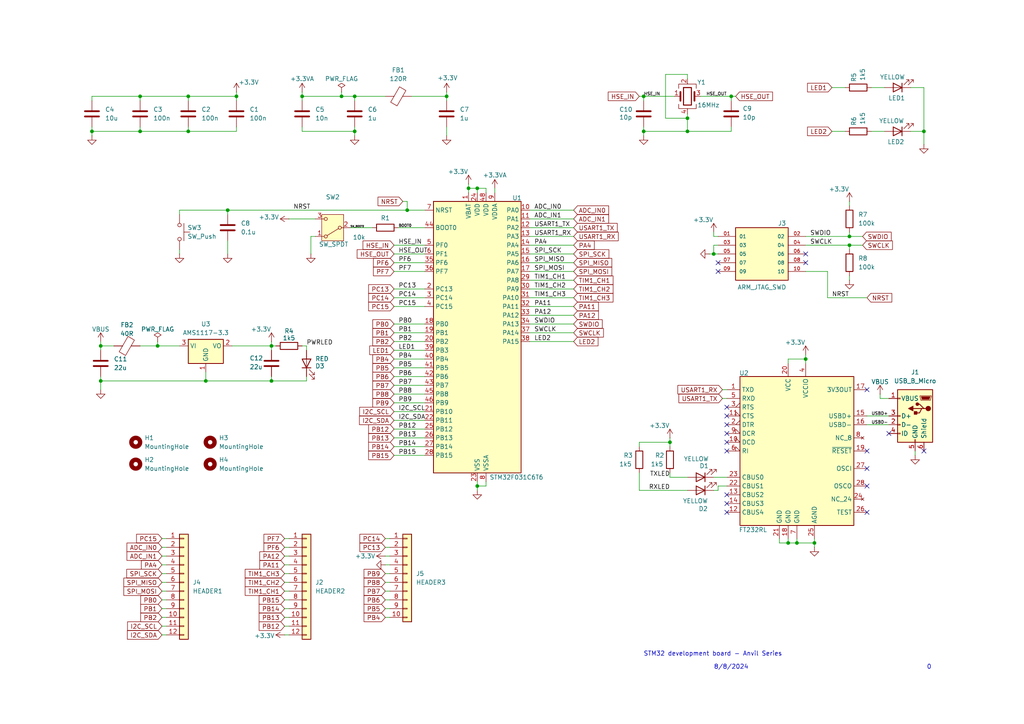
<source format=kicad_sch>
(kicad_sch (version 20231120) (generator "eeschema") (generator_version "8.0")
  (paper "A4")
  (junction (at 102.87 27.94))
  (junction (at 186.69 38.1))
  (junction (at 102.87 38.1))
  (junction (at 45.72 100.33))
  (junction (at 135.89 54.61))
  (junction (at 26.67 38.1))
  (junction (at 66.04 60.96))
  (junction (at 199.39 38.1))
  (junction (at 40.64 27.94))
  (junction (at 138.43 140.97))
  (junction (at 54.61 38.1))
  (junction (at 59.69 110.49))
  (junction (at 246.38 71.12))
  (junction (at 233.68 104.14))
  (junction (at 29.21 110.49))
  (junction (at 138.43 54.61))
  (junction (at 129.54 27.94))
  (junction (at 267.97 38.1))
  (junction (at 40.64 38.1))
  (junction (at 87.63 27.94))
  (junction (at 194.31 128.27))
  (junction (at 207.01 73.66))
  (junction (at 212.09 27.94))
  (junction (at 118.11 60.96))
  (junction (at 68.58 27.94))
  (junction (at 78.74 110.49))
  (junction (at 78.74 100.33))
  (junction (at 228.6 157.48))
  (junction (at 29.21 100.33))
  (junction (at 199.39 34.29))
  (junction (at 231.14 157.48))
  (junction (at 99.06 27.94))
  (junction (at 246.38 68.58))
  (junction (at 54.61 27.94))
  (junction (at 186.69 27.94))
  (junction (at 236.22 157.48))
  (no_connect (at 210.82 120.65))
  (no_connect (at 251.46 135.89))
  (no_connect (at 210.82 148.59))
  (no_connect (at 251.46 130.81))
  (no_connect (at 251.46 140.97))
  (no_connect (at 210.82 146.05))
  (no_connect (at 210.82 143.51))
  (no_connect (at 210.82 130.81))
  (no_connect (at 251.46 148.59))
  (no_connect (at 210.82 125.73))
  (no_connect (at 267.97 130.81))
  (no_connect (at 257.81 125.73))
  (no_connect (at 208.28 78.74))
  (no_connect (at 210.82 128.27))
  (no_connect (at 251.46 113.03))
  (no_connect (at 210.82 118.11))
  (no_connect (at 233.68 76.2))
  (no_connect (at 208.28 76.2))
  (no_connect (at 233.68 73.66))
  (no_connect (at 210.82 123.19))
  (wire (pts (xy 29.21 100.33) (xy 33.02 100.33)))
  (wire (pts (xy 228.6 157.48) (xy 226.06 157.48)))
  (wire (pts (xy 46.99 171.45) (xy 48.26 171.45)))
  (wire (pts (xy 87.63 36.83) (xy 87.63 38.1)))
  (wire (pts (xy 46.99 184.15) (xy 48.26 184.15)))
  (wire (pts (xy 68.58 26.67) (xy 68.58 27.94)))
  (wire (pts (xy 78.74 99.06) (xy 78.74 100.33)))
  (wire (pts (xy 228.6 104.14) (xy 233.68 104.14)))
  (wire (pts (xy 153.67 88.9) (xy 166.37 88.9)))
  (wire (pts (xy 82.55 166.37) (xy 83.82 166.37)))
  (wire (pts (xy 88.9 109.22) (xy 88.9 110.49)))
  (wire (pts (xy 114.3 83.82) (xy 123.19 83.82)))
  (wire (pts (xy 102.87 38.1) (xy 102.87 39.37)))
  (wire (pts (xy 135.89 53.34) (xy 135.89 54.61)))
  (wire (pts (xy 252.73 25.4) (xy 256.54 25.4)))
  (wire (pts (xy 252.73 38.1) (xy 256.54 38.1)))
  (wire (pts (xy 54.61 36.83) (xy 54.61 38.1)))
  (wire (pts (xy 153.67 86.36) (xy 166.37 86.36)))
  (wire (pts (xy 66.04 60.96) (xy 118.11 60.96)))
  (wire (pts (xy 54.61 38.1) (xy 68.58 38.1)))
  (wire (pts (xy 207.01 138.43) (xy 210.82 138.43)))
  (wire (pts (xy 87.63 29.21) (xy 87.63 27.94)))
  (wire (pts (xy 209.55 113.03) (xy 210.82 113.03)))
  (wire (pts (xy 45.72 99.06) (xy 45.72 100.33)))
  (wire (pts (xy 231.14 157.48) (xy 231.14 156.21)))
  (wire (pts (xy 153.67 93.98) (xy 166.37 93.98)))
  (wire (pts (xy 111.76 179.07) (xy 113.03 179.07)))
  (wire (pts (xy 138.43 139.7) (xy 138.43 140.97)))
  (wire (pts (xy 185.42 142.24) (xy 185.42 137.16)))
  (wire (pts (xy 138.43 140.97) (xy 138.43 142.24)))
  (wire (pts (xy 194.31 128.27) (xy 185.42 128.27)))
  (wire (pts (xy 114.3 99.06) (xy 123.19 99.06)))
  (wire (pts (xy 29.21 100.33) (xy 29.21 101.6)))
  (wire (pts (xy 246.38 67.31) (xy 246.38 68.58)))
  (wire (pts (xy 241.3 25.4) (xy 245.11 25.4)))
  (wire (pts (xy 68.58 38.1) (xy 68.58 36.83)))
  (wire (pts (xy 153.67 71.12) (xy 166.37 71.12)))
  (wire (pts (xy 236.22 157.48) (xy 231.14 157.48)))
  (wire (pts (xy 82.55 173.99) (xy 83.82 173.99)))
  (wire (pts (xy 82.55 179.07) (xy 83.82 179.07)))
  (wire (pts (xy 67.31 100.33) (xy 78.74 100.33)))
  (wire (pts (xy 199.39 34.29) (xy 193.04 34.29)))
  (wire (pts (xy 114.3 96.52) (xy 123.19 96.52)))
  (wire (pts (xy 246.38 80.01) (xy 246.38 81.28)))
  (wire (pts (xy 46.99 181.61) (xy 48.26 181.61)))
  (wire (pts (xy 241.3 38.1) (xy 245.11 38.1)))
  (wire (pts (xy 251.46 120.65) (xy 257.81 120.65)))
  (wire (pts (xy 87.63 100.33) (xy 88.9 100.33)))
  (wire (pts (xy 236.22 156.21) (xy 236.22 157.48)))
  (wire (pts (xy 26.67 27.94) (xy 40.64 27.94)))
  (wire (pts (xy 90.17 73.66) (xy 90.17 68.58)))
  (wire (pts (xy 207.01 73.66) (xy 208.28 73.66)))
  (wire (pts (xy 264.16 25.4) (xy 267.97 25.4)))
  (wire (pts (xy 26.67 38.1) (xy 40.64 38.1)))
  (wire (pts (xy 82.55 163.83) (xy 83.82 163.83)))
  (wire (pts (xy 138.43 54.61) (xy 140.97 54.61)))
  (wire (pts (xy 246.38 58.42) (xy 246.38 59.69)))
  (wire (pts (xy 111.76 173.99) (xy 113.03 173.99)))
  (wire (pts (xy 54.61 27.94) (xy 54.61 29.21)))
  (wire (pts (xy 29.21 110.49) (xy 29.21 113.03)))
  (wire (pts (xy 143.51 54.61) (xy 143.51 55.88)))
  (wire (pts (xy 29.21 110.49) (xy 59.69 110.49)))
  (wire (pts (xy 138.43 54.61) (xy 138.43 55.88)))
  (wire (pts (xy 153.67 96.52) (xy 166.37 96.52)))
  (wire (pts (xy 29.21 99.06) (xy 29.21 100.33)))
  (wire (pts (xy 114.3 114.3) (xy 123.19 114.3)))
  (wire (pts (xy 114.3 129.54) (xy 123.19 129.54)))
  (wire (pts (xy 99.06 26.67) (xy 99.06 27.94)))
  (wire (pts (xy 207.01 73.66) (xy 207.01 71.12)))
  (wire (pts (xy 102.87 29.21) (xy 102.87 27.94)))
  (wire (pts (xy 251.46 86.36) (xy 240.03 86.36)))
  (wire (pts (xy 111.76 166.37) (xy 113.03 166.37)))
  (wire (pts (xy 66.04 60.96) (xy 66.04 62.23)))
  (wire (pts (xy 82.55 184.15) (xy 83.82 184.15)))
  (wire (pts (xy 267.97 25.4) (xy 267.97 38.1)))
  (wire (pts (xy 153.67 91.44) (xy 166.37 91.44)))
  (wire (pts (xy 186.69 38.1) (xy 186.69 39.37)))
  (wire (pts (xy 40.64 38.1) (xy 54.61 38.1)))
  (wire (pts (xy 199.39 33.02) (xy 199.39 34.29)))
  (wire (pts (xy 45.72 100.33) (xy 52.07 100.33)))
  (wire (pts (xy 52.07 60.96) (xy 66.04 60.96)))
  (wire (pts (xy 233.68 78.74) (xy 240.03 78.74)))
  (wire (pts (xy 114.3 71.12) (xy 123.19 71.12)))
  (wire (pts (xy 114.3 86.36) (xy 123.19 86.36)))
  (wire (pts (xy 82.55 171.45) (xy 83.82 171.45)))
  (wire (pts (xy 207.01 68.58) (xy 208.28 68.58)))
  (wire (pts (xy 185.42 128.27) (xy 185.42 129.54)))
  (wire (pts (xy 111.76 161.29) (xy 113.03 161.29)))
  (wire (pts (xy 233.68 102.87) (xy 233.68 104.14)))
  (wire (pts (xy 46.99 176.53) (xy 48.26 176.53)))
  (wire (pts (xy 185.42 27.94) (xy 186.69 27.94)))
  (wire (pts (xy 194.31 128.27) (xy 194.31 129.54)))
  (wire (pts (xy 246.38 71.12) (xy 246.38 72.39)))
  (wire (pts (xy 231.14 157.48) (xy 228.6 157.48)))
  (wire (pts (xy 153.67 81.28) (xy 166.37 81.28)))
  (wire (pts (xy 114.3 104.14) (xy 123.19 104.14)))
  (wire (pts (xy 40.64 100.33) (xy 45.72 100.33)))
  (wire (pts (xy 114.3 124.46) (xy 123.19 124.46)))
  (wire (pts (xy 233.68 71.12) (xy 246.38 71.12)))
  (wire (pts (xy 226.06 157.48) (xy 226.06 156.21)))
  (wire (pts (xy 114.3 101.6) (xy 123.19 101.6)))
  (wire (pts (xy 101.6 66.04) (xy 107.95 66.04)))
  (wire (pts (xy 265.43 130.81) (xy 265.43 132.08)))
  (wire (pts (xy 99.06 27.94) (xy 87.63 27.94)))
  (wire (pts (xy 118.11 58.42) (xy 118.11 60.96)))
  (wire (pts (xy 40.64 36.83) (xy 40.64 38.1)))
  (wire (pts (xy 46.99 156.21) (xy 48.26 156.21)))
  (wire (pts (xy 115.57 66.04) (xy 123.19 66.04)))
  (wire (pts (xy 208.28 142.24) (xy 208.28 140.97)))
  (wire (pts (xy 46.99 179.07) (xy 48.26 179.07)))
  (wire (pts (xy 54.61 27.94) (xy 68.58 27.94)))
  (wire (pts (xy 29.21 109.22) (xy 29.21 110.49)))
  (wire (pts (xy 140.97 140.97) (xy 140.97 139.7)))
  (wire (pts (xy 111.76 168.91) (xy 113.03 168.91)))
  (wire (pts (xy 236.22 157.48) (xy 236.22 158.75)))
  (wire (pts (xy 199.39 21.59) (xy 199.39 22.86)))
  (wire (pts (xy 153.67 63.5) (xy 166.37 63.5)))
  (wire (pts (xy 255.27 115.57) (xy 255.27 114.3)))
  (wire (pts (xy 82.55 158.75) (xy 83.82 158.75)))
  (wire (pts (xy 114.3 73.66) (xy 123.19 73.66)))
  (wire (pts (xy 52.07 72.39) (xy 52.07 73.66)))
  (wire (pts (xy 46.99 166.37) (xy 48.26 166.37)))
  (wire (pts (xy 193.04 21.59) (xy 199.39 21.59)))
  (wire (pts (xy 135.89 54.61) (xy 138.43 54.61)))
  (wire (pts (xy 114.3 121.92) (xy 123.19 121.92)))
  (wire (pts (xy 82.55 156.21) (xy 83.82 156.21)))
  (wire (pts (xy 228.6 157.48) (xy 228.6 156.21)))
  (wire (pts (xy 102.87 36.83) (xy 102.87 38.1)))
  (wire (pts (xy 119.38 27.94) (xy 129.54 27.94)))
  (wire (pts (xy 114.3 93.98) (xy 123.19 93.98)))
  (wire (pts (xy 46.99 163.83) (xy 48.26 163.83)))
  (wire (pts (xy 78.74 110.49) (xy 78.74 109.22)))
  (wire (pts (xy 228.6 104.14) (xy 228.6 105.41)))
  (wire (pts (xy 114.3 78.74) (xy 123.19 78.74)))
  (wire (pts (xy 46.99 161.29) (xy 48.26 161.29)))
  (wire (pts (xy 153.67 73.66) (xy 166.37 73.66)))
  (wire (pts (xy 140.97 54.61) (xy 140.97 55.88)))
  (wire (pts (xy 135.89 54.61) (xy 135.89 55.88)))
  (wire (pts (xy 203.2 27.94) (xy 212.09 27.94)))
  (wire (pts (xy 153.67 68.58) (xy 166.37 68.58)))
  (wire (pts (xy 82.55 181.61) (xy 83.82 181.61)))
  (wire (pts (xy 111.76 176.53) (xy 113.03 176.53)))
  (wire (pts (xy 153.67 99.06) (xy 166.37 99.06)))
  (wire (pts (xy 212.09 27.94) (xy 212.09 29.21)))
  (wire (pts (xy 153.67 78.74) (xy 166.37 78.74)))
  (wire (pts (xy 88.9 110.49) (xy 78.74 110.49)))
  (wire (pts (xy 82.55 161.29) (xy 83.82 161.29)))
  (wire (pts (xy 114.3 116.84) (xy 123.19 116.84)))
  (wire (pts (xy 129.54 36.83) (xy 129.54 39.37)))
  (wire (pts (xy 46.99 168.91) (xy 48.26 168.91)))
  (wire (pts (xy 199.39 38.1) (xy 186.69 38.1)))
  (wire (pts (xy 212.09 38.1) (xy 199.39 38.1)))
  (wire (pts (xy 257.81 115.57) (xy 255.27 115.57)))
  (wire (pts (xy 111.76 163.83) (xy 113.03 163.83)))
  (wire (pts (xy 46.99 173.99) (xy 48.26 173.99)))
  (wire (pts (xy 194.31 127) (xy 194.31 128.27)))
  (wire (pts (xy 83.82 63.5) (xy 91.44 63.5)))
  (wire (pts (xy 207.01 142.24) (xy 208.28 142.24)))
  (wire (pts (xy 114.3 127) (xy 123.19 127)))
  (wire (pts (xy 114.3 106.68) (xy 123.19 106.68)))
  (wire (pts (xy 66.04 69.85) (xy 66.04 73.66)))
  (wire (pts (xy 114.3 76.2) (xy 123.19 76.2)))
  (wire (pts (xy 209.55 115.57) (xy 210.82 115.57)))
  (wire (pts (xy 186.69 38.1) (xy 186.69 36.83)))
  (wire (pts (xy 78.74 100.33) (xy 80.01 100.33)))
  (wire (pts (xy 246.38 71.12) (xy 250.19 71.12)))
  (wire (pts (xy 251.46 123.19) (xy 257.81 123.19)))
  (wire (pts (xy 138.43 140.97) (xy 140.97 140.97)))
  (wire (pts (xy 114.3 119.38) (xy 123.19 119.38)))
  (wire (pts (xy 199.39 34.29) (xy 199.39 38.1)))
  (wire (pts (xy 207.01 71.12) (xy 208.28 71.12)))
  (wire (pts (xy 78.74 100.33) (xy 78.74 101.6)))
  (wire (pts (xy 26.67 38.1) (xy 26.67 39.37)))
  (wire (pts (xy 153.67 60.96) (xy 166.37 60.96)))
  (wire (pts (xy 186.69 27.94) (xy 195.58 27.94)))
  (wire (pts (xy 40.64 27.94) (xy 40.64 29.21)))
  (wire (pts (xy 88.9 100.33) (xy 88.9 101.6)))
  (wire (pts (xy 114.3 111.76) (xy 123.19 111.76)))
  (wire (pts (xy 87.63 38.1) (xy 102.87 38.1)))
  (wire (pts (xy 233.68 68.58) (xy 246.38 68.58)))
  (wire (pts (xy 52.07 62.23) (xy 52.07 60.96)))
  (wire (pts (xy 208.28 140.97) (xy 210.82 140.97)))
  (wire (pts (xy 111.76 156.21) (xy 113.03 156.21)))
  (wire (pts (xy 26.67 29.21) (xy 26.67 27.94)))
  (wire (pts (xy 82.55 176.53) (xy 83.82 176.53)))
  (wire (pts (xy 240.03 86.36) (xy 240.03 78.74)))
  (wire (pts (xy 111.76 171.45) (xy 113.03 171.45)))
  (wire (pts (xy 153.67 83.82) (xy 166.37 83.82)))
  (wire (pts (xy 129.54 26.67) (xy 129.54 27.94)))
  (wire (pts (xy 212.09 27.94) (xy 213.36 27.94)))
  (wire (pts (xy 114.3 132.08) (xy 123.19 132.08)))
  (wire (pts (xy 116.84 58.42) (xy 118.11 58.42)))
  (wire (pts (xy 129.54 27.94) (xy 129.54 29.21)))
  (wire (pts (xy 114.3 109.22) (xy 123.19 109.22)))
  (wire (pts (xy 246.38 68.58) (xy 250.19 68.58)))
  (wire (pts (xy 87.63 26.67) (xy 87.63 27.94)))
  (wire (pts (xy 26.67 36.83) (xy 26.67 38.1)))
  (wire (pts (xy 186.69 27.94) (xy 186.69 29.21)))
  (wire (pts (xy 114.3 88.9) (xy 123.19 88.9)))
  (wire (pts (xy 102.87 27.94) (xy 99.06 27.94)))
  (wire (pts (xy 193.04 34.29) (xy 193.04 21.59)))
  (wire (pts (xy 267.97 38.1) (xy 267.97 41.91)))
  (wire (pts (xy 205.74 73.66) (xy 207.01 73.66)))
  (wire (pts (xy 264.16 38.1) (xy 267.97 38.1)))
  (wire (pts (xy 40.64 27.94) (xy 54.61 27.94)))
  (wire (pts (xy 153.67 66.04) (xy 166.37 66.04)))
  (wire (pts (xy 212.09 36.83) (xy 212.09 38.1)))
  (wire (pts (xy 185.42 142.24) (xy 199.39 142.24)))
  (wire (pts (xy 90.17 68.58) (xy 91.44 68.58)))
  (wire (pts (xy 153.67 76.2) (xy 166.37 76.2)))
  (wire (pts (xy 68.58 29.21) (xy 68.58 27.94)))
  (wire (pts (xy 194.31 138.43) (xy 199.39 138.43)))
  (wire (pts (xy 194.31 137.16) (xy 194.31 138.43)))
  (wire (pts (xy 118.11 60.96) (xy 123.19 60.96)))
  (wire (pts (xy 102.87 27.94) (xy 111.76 27.94)))
  (wire (pts (xy 59.69 107.95) (xy 59.69 110.49)))
  (wire (pts (xy 233.68 104.14) (xy 233.68 105.41)))
  (wire (pts (xy 207.01 67.31) (xy 207.01 68.58)))
  (wire (pts (xy 82.55 168.91) (xy 83.82 168.91)))
  (wire (pts (xy 46.99 158.75) (xy 48.26 158.75)))
  (wire (pts (xy 59.69 110.49) (xy 78.74 110.49)))
  (wire (pts (xy 111.76 158.75) (xy 113.03 158.75)))
  (text "8/8/2024" (at 212.09 193.548 0) (effects (font (size 1.27 1.27))))
  (text "STM32 development board - Anvil Series" (at 206.756 189.738 0) (effects (font (size 1.27 1.27))))
  (text "0" (at 269.494 193.548 0) (effects (font (size 1.27 1.27))))
  (label "PC15" (at 115.57 88.9 0))
  (label "PB12" (at 115.57 124.46 0))
  (label "SW_BOOT0" (at 101.6 66.04 0) (effects (font (size 0.508 0.508))))
  (label "PB5" (at 115.57 106.68 0))
  (label "PB14" (at 115.57 129.54 0))
  (label "SPI_SCK" (at 154.94 73.66 0))
  (label "NRST" (at 241.3 86.36 0))
  (label "PWRLED" (at 88.9 100.33 0))
  (label "HSE_IN" (at 186.69 27.94 0) (effects (font (size 0.889 0.889))))
  (label "NRST" (at 85.09 60.96 0))
  (label "ADC_IN0" (at 154.94 60.96 0))
  (label "TXLED" (at 194.31 138.43 180))
  (label "PA11" (at 154.94 88.9 0))
  (label "PB0" (at 115.57 93.98 0))
  (label "PB7" (at 115.57 111.76 0))
  (label "USBD+" (at 252.73 120.65 0) (effects (font (size 0.889 0.889))))
  (label "TIM1_CH2" (at 154.94 83.82 0))
  (label "TIM1_CH3" (at 154.94 86.36 0))
  (label "PB8" (at 115.57 114.3 0))
  (label "USART1_TX" (at 154.94 66.04 0))
  (label "SWCLK" (at 154.94 96.52 0))
  (label "SPI_MISO" (at 154.94 76.2 0))
  (label "I2C_SDA" (at 115.57 121.92 0))
  (label "PF6" (at 115.57 76.2 0))
  (label "BOOT0" (at 115.57 66.04 0) (effects (font (size 0.762 0.762))))
  (label "USART1_RX" (at 154.94 68.58 0))
  (label "LED1" (at 115.57 101.6 0))
  (label "USBD-" (at 252.73 123.19 0) (effects (font (size 0.889 0.889))))
  (label "PB1" (at 115.57 96.52 0))
  (label "LED2" (at 154.94 99.06 0))
  (label "I2C_SCL" (at 115.57 119.38 0))
  (label "PF7" (at 115.57 78.74 0))
  (label "PB9" (at 115.57 116.84 0))
  (label "SWCLK" (at 234.95 71.12 0))
  (label "SWDIO" (at 154.94 93.98 0))
  (label "RXLED" (at 194.31 142.24 180))
  (label "SWDIO" (at 234.95 68.58 0))
  (label "PC13" (at 115.57 83.82 0))
  (label "HSE_OUT" (at 115.57 73.66 0))
  (label "TIM1_CH1" (at 154.94 81.28 0))
  (label "PC14" (at 115.57 86.36 0))
  (label "PA4" (at 154.94 71.12 0))
  (label "ADC_IN1" (at 154.94 63.5 0))
  (label "HSE_OUT" (at 210.82 27.94 180) (effects (font (size 0.889 0.889))))
  (label "PA12" (at 154.94 91.44 0))
  (label "PB6" (at 115.57 109.22 0))
  (label "PB13" (at 115.57 127 0))
  (label "PB15" (at 115.57 132.08 0))
  (label "HSE_IN" (at 115.57 71.12 0))
  (label "PB2" (at 115.57 99.06 0))
  (label "SPI_MOSI" (at 154.94 78.74 0))
  (label "PB4" (at 115.57 104.14 0))
  (global_label "PB4" (shape input) (at 111.76 179.07 180) (property "Intersheetrefs" "${INTERSHEET_REFS}" (effects (hide yes))))
  (global_label "PA12" (shape input) (at 82.55 161.29 180) (property "Intersheetrefs" "${INTERSHEET_REFS}" (effects (hide yes))))
  (global_label "PF7" (shape input) (at 114.3 78.74 180) (property "Intersheetrefs" "${INTERSHEET_REFS}" (effects (hide yes))))
  (global_label "PB12" (shape input) (at 82.55 181.61 180) (property "Intersheetrefs" "${INTERSHEET_REFS}" (effects (hide yes))))
  (global_label "PB13" (shape input) (at 114.3 127 180) (property "Intersheetrefs" "${INTERSHEET_REFS}" (effects (hide yes))))
  (global_label "SPI_SCK" (shape input) (at 46.99 166.37 180) (property "Intersheetrefs" "${INTERSHEET_REFS}" (effects (hide yes))))
  (global_label "USART1_TX" (shape input) (at 166.37 66.04 0) (property "Intersheetrefs" "${INTERSHEET_REFS}" (effects (hide yes))))
  (global_label "HSE_IN" (shape input) (at 114.3 71.12 180) (property "Intersheetrefs" "${INTERSHEET_REFS}" (effects (hide yes))))
  (global_label "I2C_SDA" (shape input) (at 114.3 121.92 180) (property "Intersheetrefs" "${INTERSHEET_REFS}" (effects (hide yes))))
  (global_label "LED2" (shape input) (at 166.37 99.06 0) (property "Intersheetrefs" "${INTERSHEET_REFS}" (effects (hide yes))))
  (global_label "TIM1_CH2" (shape input) (at 82.55 168.91 180) (property "Intersheetrefs" "${INTERSHEET_REFS}" (effects (hide yes))))
  (global_label "PF6" (shape input) (at 114.3 76.2 180) (property "Intersheetrefs" "${INTERSHEET_REFS}" (effects (hide yes))))
  (global_label "PA11" (shape input) (at 166.37 88.9 0) (property "Intersheetrefs" "${INTERSHEET_REFS}" (effects (hide yes))))
  (global_label "ADC_IN1" (shape input) (at 46.99 161.29 180) (property "Intersheetrefs" "${INTERSHEET_REFS}" (effects (hide yes))))
  (global_label "PC14" (shape input) (at 114.3 86.36 180) (property "Intersheetrefs" "${INTERSHEET_REFS}" (effects (hide yes))))
  (global_label "SPI_MOSI" (shape input) (at 46.99 171.45 180) (property "Intersheetrefs" "${INTERSHEET_REFS}" (effects (hide yes))))
  (global_label "I2C_SDA" (shape input) (at 46.99 184.15 180) (property "Intersheetrefs" "${INTERSHEET_REFS}" (effects (hide yes))))
  (global_label "PB14" (shape input) (at 114.3 129.54 180) (property "Intersheetrefs" "${INTERSHEET_REFS}" (effects (hide yes))))
  (global_label "PC14" (shape input) (at 111.76 156.21 180) (property "Intersheetrefs" "${INTERSHEET_REFS}" (effects (hide yes))))
  (global_label "HSE_IN" (shape input) (at 185.42 27.94 180) (property "Intersheetrefs" "${INTERSHEET_REFS}" (effects (hide yes))))
  (global_label "PB14" (shape input) (at 82.55 176.53 180) (property "Intersheetrefs" "${INTERSHEET_REFS}" (effects (hide yes))))
  (global_label "PC13" (shape input) (at 111.76 158.75 180) (property "Intersheetrefs" "${INTERSHEET_REFS}" (effects (hide yes))))
  (global_label "TIM1_CH3" (shape input) (at 82.55 166.37 180) (property "Intersheetrefs" "${INTERSHEET_REFS}" (effects (hide yes))))
  (global_label "PB7" (shape input) (at 114.3 111.76 180) (property "Intersheetrefs" "${INTERSHEET_REFS}" (effects (hide yes))))
  (global_label "PB9" (shape input) (at 111.76 166.37 180) (property "Intersheetrefs" "${INTERSHEET_REFS}" (effects (hide yes))))
  (global_label "PB0" (shape input) (at 114.3 93.98 180) (property "Intersheetrefs" "${INTERSHEET_REFS}" (effects (hide yes))))
  (global_label "PB15" (shape input) (at 82.55 173.99 180) (property "Intersheetrefs" "${INTERSHEET_REFS}" (effects (hide yes))))
  (global_label "SPI_SCK" (shape input) (at 166.37 73.66 0) (property "Intersheetrefs" "${INTERSHEET_REFS}" (effects (hide yes))))
  (global_label "PC13" (shape input) (at 114.3 83.82 180) (property "Intersheetrefs" "${INTERSHEET_REFS}" (effects (hide yes))))
  (global_label "TIM1_CH1" (shape input) (at 82.55 171.45 180) (property "Intersheetrefs" "${INTERSHEET_REFS}" (effects (hide yes))))
  (global_label "I2C_SCL" (shape input) (at 114.3 119.38 180) (property "Intersheetrefs" "${INTERSHEET_REFS}" (effects (hide yes))))
  (global_label "SWCLK" (shape input) (at 166.37 96.52 0) (property "Intersheetrefs" "${INTERSHEET_REFS}" (effects (hide yes))))
  (global_label "PB6" (shape input) (at 114.3 109.22 180) (property "Intersheetrefs" "${INTERSHEET_REFS}" (effects (hide yes))))
  (global_label "PC15" (shape input) (at 114.3 88.9 180) (property "Intersheetrefs" "${INTERSHEET_REFS}" (effects (hide yes))))
  (global_label "LED2" (shape input) (at 241.3 38.1 180) (property "Intersheetrefs" "${INTERSHEET_REFS}" (effects (hide yes))))
  (global_label "PA4" (shape input) (at 166.37 71.12 0) (property "Intersheetrefs" "${INTERSHEET_REFS}" (effects (hide yes))))
  (global_label "SWDIO" (shape input) (at 166.37 93.98 0) (property "Intersheetrefs" "${INTERSHEET_REFS}" (effects (hide yes))))
  (global_label "PA11" (shape input) (at 82.55 163.83 180) (property "Intersheetrefs" "${INTERSHEET_REFS}" (effects (hide yes))))
  (global_label "I2C_SCL" (shape input) (at 46.99 181.61 180) (property "Intersheetrefs" "${INTERSHEET_REFS}" (effects (hide yes))))
  (global_label "SPI_MOSI" (shape input) (at 166.37 78.74 0) (property "Intersheetrefs" "${INTERSHEET_REFS}" (effects (hide yes))))
  (global_label "USART1_RX" (shape input) (at 209.55 113.03 180) (property "Intersheetrefs" "${INTERSHEET_REFS}" (effects (hide yes))))
  (global_label "PB15" (shape input) (at 114.3 132.08 180) (property "Intersheetrefs" "${INTERSHEET_REFS}" (effects (hide yes))))
  (global_label "PB2" (shape input) (at 46.99 179.07 180) (property "Intersheetrefs" "${INTERSHEET_REFS}" (effects (hide yes))))
  (global_label "PF6" (shape input) (at 82.55 158.75 180) (property "Intersheetrefs" "${INTERSHEET_REFS}" (effects (hide yes))))
  (global_label "HSE_OUT" (shape input) (at 213.36 27.94 0) (property "Intersheetrefs" "${INTERSHEET_REFS}" (effects (hide yes))))
  (global_label "PB8" (shape input) (at 111.76 168.91 180) (property "Intersheetrefs" "${INTERSHEET_REFS}" (effects (hide yes))))
  (global_label "USART1_TX" (shape input) (at 209.55 115.57 180) (property "Intersheetrefs" "${INTERSHEET_REFS}" (effects (hide yes))))
  (global_label "PB4" (shape input) (at 114.3 104.14 180) (property "Intersheetrefs" "${INTERSHEET_REFS}" (effects (hide yes))))
  (global_label "PB0" (shape input) (at 46.99 173.99 180) (property "Intersheetrefs" "${INTERSHEET_REFS}" (effects (hide yes))))
  (global_label "SWDIO" (shape input) (at 250.19 68.58 0) (property "Intersheetrefs" "${INTERSHEET_REFS}" (effects (hide yes))))
  (global_label "PC15" (shape input) (at 46.99 156.21 180) (property "Intersheetrefs" "${INTERSHEET_REFS}" (effects (hide yes))))
  (global_label "TIM1_CH2" (shape input) (at 166.37 83.82 0) (property "Intersheetrefs" "${INTERSHEET_REFS}" (effects (hide yes))))
  (global_label "PB5" (shape input) (at 114.3 106.68 180) (property "Intersheetrefs" "${INTERSHEET_REFS}" (effects (hide yes))))
  (global_label "PB5" (shape input) (at 111.76 176.53 180) (property "Intersheetrefs" "${INTERSHEET_REFS}" (effects (hide yes))))
  (global_label "ADC_IN0" (shape input) (at 166.37 60.96 0) (property "Intersheetrefs" "${INTERSHEET_REFS}" (effects (hide yes))))
  (global_label "PB1" (shape input) (at 46.99 176.53 180) (property "Intersheetrefs" "${INTERSHEET_REFS}" (effects (hide yes))))
  (global_label "PB6" (shape input) (at 111.76 173.99 180) (property "Intersheetrefs" "${INTERSHEET_REFS}" (effects (hide yes))))
  (global_label "NRST" (shape input) (at 116.84 58.42 180) (property "Intersheetrefs" "${INTERSHEET_REFS}" (effects (hide yes))))
  (global_label "ADC_IN1" (shape input) (at 166.37 63.5 0) (property "Intersheetrefs" "${INTERSHEET_REFS}" (effects (hide yes))))
  (global_label "TIM1_CH3" (shape input) (at 166.37 86.36 0) (property "Intersheetrefs" "${INTERSHEET_REFS}" (effects (hide yes))))
  (global_label "PA12" (shape input) (at 166.37 91.44 0) (property "Intersheetrefs" "${INTERSHEET_REFS}" (effects (hide yes))))
  (global_label "LED1" (shape input) (at 241.3 25.4 180) (property "Intersheetrefs" "${INTERSHEET_REFS}" (effects (hide yes))))
  (global_label "PB2" (shape input) (at 114.3 99.06 180) (property "Intersheetrefs" "${INTERSHEET_REFS}" (effects (hide yes))))
  (global_label "PA4" (shape input) (at 46.99 163.83 180) (property "Intersheetrefs" "${INTERSHEET_REFS}" (effects (hide yes))))
  (global_label "SPI_MISO" (shape input) (at 46.99 168.91 180) (property "Intersheetrefs" "${INTERSHEET_REFS}" (effects (hide yes))))
  (global_label "PB12" (shape input) (at 114.3 124.46 180) (property "Intersheetrefs" "${INTERSHEET_REFS}" (effects (hide yes))))
  (global_label "TIM1_CH1" (shape input) (at 166.37 81.28 0) (property "Intersheetrefs" "${INTERSHEET_REFS}" (effects (hide yes))))
  (global_label "ADC_IN0" (shape input) (at 46.99 158.75 180) (property "Intersheetrefs" "${INTERSHEET_REFS}" (effects (hide yes))))
  (global_label "LED1" (shape input) (at 114.3 101.6 180) (property "Intersheetrefs" "${INTERSHEET_REFS}" (effects (hide yes))))
  (global_label "SWCLK" (shape input) (at 250.19 71.12 0) (property "Intersheetrefs" "${INTERSHEET_REFS}" (effects (hide yes))))
  (global_label "USART1_RX" (shape input) (at 166.37 68.58 0) (property "Intersheetrefs" "${INTERSHEET_REFS}" (effects (hide yes))))
  (global_label "SPI_MISO" (shape input) (at 166.37 76.2 0) (property "Intersheetrefs" "${INTERSHEET_REFS}" (effects (hide yes))))
  (global_label "PB9" (shape input) (at 114.3 116.84 180) (property "Intersheetrefs" "${INTERSHEET_REFS}" (effects (hide yes))))
  (global_label "NRST" (shape input) (at 251.46 86.36 0) (property "Intersheetrefs" "${INTERSHEET_REFS}" (effects (hide yes))))
  (global_label "PB1" (shape input) (at 114.3 96.52 180) (property "Intersheetrefs" "${INTERSHEET_REFS}" (effects (hide yes))))
  (global_label "PB13" (shape input) (at 82.55 179.07 180) (property "Intersheetrefs" "${INTERSHEET_REFS}" (effects (hide yes))))
  (global_label "HSE_OUT" (shape input) (at 114.3 73.66 180) (property "Intersheetrefs" "${INTERSHEET_REFS}" (effects (hide yes))))
  (global_label "PB8" (shape input) (at 114.3 114.3 180) (property "Intersheetrefs" "${INTERSHEET_REFS}" (effects (hide yes))))
  (global_label "PB7" (shape input) (at 111.76 171.45 180) (property "Intersheetrefs" "${INTERSHEET_REFS}" (effects (hide yes))))
  (global_label "PF7" (shape input) (at 82.55 156.21 180) (property "Intersheetrefs" "${INTERSHEET_REFS}" (effects (hide yes))))
  (symbol (lib_id "Device:R") (at 83.82 100.33 270) (unit 1)
    (property "Reference" "R4" (at 83.82 96.012 90))
    (property "Value" "1k5" (at 83.82 98.044 90))
    (property "Footprint" "Resistor_SMD:R_0402_1005Metric" (effects (hide yes)))
    (property "Description" "Resistor" (effects (hide yes)))
  )
  (symbol (lib_id "Mechanical:MountingHole") (at 39.37 134.62 0) (unit 1) (exclude_from_sim yes) (in_bom no)
    (property "Reference" "H2" (at 41.91 133.3499 0) (effects (justify left)))
    (property "Value" "MountingHole" (at 41.91 135.8899 0) (effects (justify left)))
    (property "Footprint" "MountingHole:MountingHole_2.2mm_M2" (effects (hide yes)))
    (property "Description" "Mounting Hole without connection" (effects (hide yes)))
  )
  (symbol (lib_id "power:GND") (at 265.43 132.08 0) (mirror y) (unit 1)
    (property "Reference" "#PWR014" (effects (hide yes)))
    (property "Value" "GND" (effects (hide yes)))
    (property "Description" "Power symbol creates a global label with name \"GND\" , ground" (effects (hide yes)))
  )
  (symbol (lib_id "Device:C") (at 212.09 33.02 0) (unit 1)
    (property "Reference" "C9" (at 215.392 31.496 0) (effects (justify left)))
    (property "Value" "10p" (at 215.392 34.036 0) (effects (justify left)))
    (property "Footprint" "Capacitor_SMD:C_0402_1005Metric" (effects (hide yes)))
    (property "Description" "Unpolarized capacitor" (effects (hide yes)))
  )
  (symbol (lib_id "power:GND") (at 102.87 39.37 0) (unit 1)
    (property "Reference" "#PWR05" (effects (hide yes)))
    (property "Value" "GND" (effects (hide yes)))
    (property "Description" "Power symbol creates a global label with name \"GND\" , ground" (effects (hide yes)))
  )
  (symbol (lib_id "power:+3.3V") (at 129.54 26.67 0) (unit 1)
    (property "Reference" "#PWR07" (effects (hide yes)))
    (property "Value" "+3.3V" (at 129.794 22.606 0))
    (property "Description" "Power symbol creates a global label with name \"+3.3V\"" (effects (hide yes)))
  )
  (symbol (lib_id "Device:LED") (at 203.2 142.24 180) (unit 1)
    (property "Reference" "D2" (at 203.962 147.574 0))
    (property "Value" "YELLOW" (at 201.676 145.288 0))
    (property "Footprint" "LED_SMD:LED_0603_1608Metric" (effects (hide yes)))
    (property "Description" "Light emitting diode" (effects (hide yes)))
  )
  (symbol (lib_id "Switch:SW_Push") (at 52.07 67.31 270) (unit 1)
    (property "Reference" "SW3" (at 54.356 66.04 90) (effects (justify left)))
    (property "Value" "SW_Push" (at 54.356 68.58 90) (effects (justify left)))
    (property "Footprint" "Button_Switch_THT:SW_PUSH_6mm" (effects (hide yes)))
    (property "Description" "Push button switch, generic, two pins" (effects (hide yes)))
  )
  (symbol (lib_id "power:GND") (at 111.76 163.83 270) (unit 1)
    (property "Reference" "#PWR027" (effects (hide yes)))
    (property "Value" "GND" (effects (hide yes)))
    (property "Description" "Power symbol creates a global label with name \"GND\" , ground" (effects (hide yes)))
  )
  (symbol (lib_id "Device:C") (at 129.54 33.02 0) (unit 1)
    (property "Reference" "C7" (at 133.35 31.7499 0) (effects (justify left)))
    (property "Value" "1u" (at 133.35 34.2899 0) (effects (justify left)))
    (property "Footprint" "Capacitor_SMD:C_0402_1005Metric" (effects (hide yes)))
    (property "Description" "Unpolarized capacitor" (effects (hide yes)))
  )
  (symbol (lib_id "Device:C") (at 87.63 33.02 0) (unit 1)
    (property "Reference" "C5" (at 91.44 31.7499 0) (effects (justify left)))
    (property "Value" "10n" (at 91.44 34.2899 0) (effects (justify left)))
    (property "Footprint" "Capacitor_SMD:C_0402_1005Metric" (effects (hide yes)))
    (property "Description" "Unpolarized capacitor" (effects (hide yes)))
  )
  (symbol (lib_id "Connector_Generic:Conn_01x10") (at 118.11 166.37 0) (unit 1)
    (property "Reference" "J5" (at 120.65 166.3699 0) (effects (justify left)))
    (property "Value" "HEADER3" (at 120.65 168.9099 0) (effects (justify left)))
    (property "Footprint" "Connector_PinSocket_2.54mm:PinSocket_1x10_P2.54mm_Vertical" (effects (hide yes)))
    (property "Description" "Generic connector, single row, 01x10, script generated (kicad-library-utils/schlib/autogen/connector/)" (effects (hide yes)))
  )
  (symbol (lib_id "Device:C") (at 66.04 66.04 0) (unit 1)
    (property "Reference" "C8" (at 69.85 64.7699 0) (effects (justify left)))
    (property "Value" "0.1u" (at 69.85 67.3099 0) (effects (justify left)))
    (property "Footprint" "Capacitor_SMD:C_0402_1005Metric" (effects (hide yes)))
    (property "Description" "Unpolarized capacitor" (effects (hide yes)))
  )
  (symbol (lib_id "Device:C") (at 26.67 33.02 0) (unit 1)
    (property "Reference" "C4" (at 30.48 31.7499 0) (effects (justify left)))
    (property "Value" "10u" (at 30.48 34.2899 0) (effects (justify left)))
    (property "Footprint" "Capacitor_SMD:C_0603_1608Metric" (effects (hide yes)))
    (property "Description" "Unpolarized capacitor" (effects (hide yes)))
  )
  (symbol (lib_id "power:+3.3V") (at 135.89 53.34 0) (unit 1)
    (property "Reference" "#PWR023" (effects (hide yes)))
    (property "Value" "+3.3V" (at 132.842 49.784 0))
    (property "Description" "Power symbol creates a global label with name \"+3.3V\"" (effects (hide yes)))
  )
  (symbol (lib_id "Device:LED") (at 260.35 38.1 180) (unit 1)
    (property "Reference" "LED2" (at 259.842 41.148 0))
    (property "Value" "YELLOW" (at 258.572 35.052 0))
    (property "Footprint" "LED_SMD:LED_0603_1608Metric" (effects (hide yes)))
    (property "Description" "Light emitting diode" (effects (hide yes)))
  )
  (symbol (lib_id "power:+3.3V") (at 111.76 161.29 90) (unit 1)
    (property "Reference" "#PWR028" (effects (hide yes)))
    (property "Value" "+3.3V" (at 105.918 161.29 90))
    (property "Description" "Power symbol creates a global label with name \"+3.3V\"" (effects (hide yes)))
  )
  (symbol (lib_id "Connector_Generic:Conn_01x12") (at 53.34 168.91 0) (unit 1)
    (property "Reference" "J4" (at 55.88 168.9099 0) (effects (justify left)))
    (property "Value" "HEADER1" (at 55.88 171.4499 0) (effects (justify left)))
    (property "Footprint" "Connector_PinSocket_2.54mm:PinSocket_1x12_P2.54mm_Vertical" (effects (hide yes)))
    (property "Description" "Generic connector, single row, 01x12, script generated (kicad-library-utils/schlib/autogen/connector/)" (effects (hide yes)))
  )
  (symbol (lib_id "ARM_10PIN_DEBUG_JTAG_SWD:FTSH-105-01-F-DV-P-TR") (at 220.98 73.66 0) (unit 1)
    (property "Reference" "J3" (at 226.822 64.77 0))
    (property "Value" "ARM_JTAG_SWD" (at 220.98 83.312 0))
    (property "Footprint" "Connector_ARM_JTAG_SWD:FTSH-105-01-F-DV-P-TR" (effects (hide yes)))
    (property "PARTREV" "R" (effects (hide yes)))
    (property "MANUFACTURER" "Samtec" (effects (hide yes)))
    (property "STANDARD" "Manufacturer Recommendations" (effects (hide yes)))
  )
  (symbol (lib_id "Device:R") (at 248.92 25.4 90) (unit 1)
    (property "Reference" "R5" (at 247.65 21.082 0) (effects (justify right)))
    (property "Value" "1k5" (at 250.19 19.812 0) (effects (justify right)))
    (property "Footprint" "Resistor_SMD:R_0402_1005Metric" (effects (hide yes)))
    (property "Description" "Resistor" (effects (hide yes)))
  )
  (symbol (lib_id "power:+3.3V") (at 194.31 127 0) (unit 1)
    (property "Reference" "#PWR021" (effects (hide yes)))
    (property "Value" "+3.3V" (at 191.262 123.444 0))
    (property "Description" "Power symbol creates a global label with name \"+3.3V\"" (effects (hide yes)))
  )
  (symbol (lib_id "Mechanical:MountingHole") (at 60.96 128.27 0) (unit 1) (exclude_from_sim yes) (in_bom no)
    (property "Reference" "H3" (at 63.5 126.9999 0) (effects (justify left)))
    (property "Value" "MountingHole" (at 63.5 129.5399 0) (effects (justify left)))
    (property "Footprint" "MountingHole:MountingHole_2.2mm_M2" (effects (hide yes)))
    (property "Description" "Mounting Hole without connection" (effects (hide yes)))
  )
  (symbol (lib_id "power:GND") (at 26.67 39.37 0) (unit 1)
    (property "Reference" "#PWR03" (effects (hide yes)))
    (property "Value" "GND" (effects (hide yes)))
    (property "Description" "Power symbol creates a global label with name \"GND\" , ground" (effects (hide yes)))
  )
  (symbol (lib_id "Device:R") (at 185.42 133.35 0) (mirror y) (unit 1)
    (property "Reference" "R3" (at 180.848 132.08 0) (effects (justify right)))
    (property "Value" "1k5" (at 179.578 134.62 0) (effects (justify right)))
    (property "Footprint" "Resistor_SMD:R_0402_1005Metric" (effects (hide yes)))
    (property "Description" "Resistor" (effects (hide yes)))
  )
  (symbol (lib_id "Device:R") (at 194.31 133.35 0) (mirror y) (unit 1)
    (property "Reference" "R2" (at 189.992 132.08 0) (effects (justify right)))
    (property "Value" "1k5" (at 188.722 134.62 0) (effects (justify right)))
    (property "Footprint" "Resistor_SMD:R_0402_1005Metric" (effects (hide yes)))
    (property "Description" "Resistor" (effects (hide yes)))
  )
  (symbol (lib_id "Connector:USB_B_Micro") (at 265.43 120.65 0) (mirror y) (unit 1)
    (property "Reference" "J1" (at 265.43 107.95 0))
    (property "Value" "USB_B_Micro" (at 265.43 110.49 0))
    (property "Footprint" "Connector_USB:USB_Micro-B_Wuerth_629105150521" (effects (hide yes)))
    (property "Description" "USB Micro Type B connector" (effects (hide yes)))
  )
  (symbol (lib_id "power:GND") (at 52.07 73.66 0) (unit 1)
    (property "Reference" "#PWR09" (effects (hide yes)))
    (property "Value" "GND" (effects (hide yes)))
    (property "Description" "Power symbol creates a global label with name \"GND\" , ground" (effects (hide yes)))
  )
  (symbol (lib_id "power:+3.3V") (at 68.58 26.67 0) (unit 1)
    (property "Reference" "#PWR02" (effects (hide yes)))
    (property "Value" "+3.3V" (at 72.136 23.876 0))
    (property "Description" "Power symbol creates a global label with name \"+3.3V\"" (effects (hide yes)))
  )
  (symbol (lib_id "Connector_Generic:Conn_01x12") (at 88.9 168.91 0) (unit 1)
    (property "Reference" "J2" (at 91.44 168.9099 0) (effects (justify left)))
    (property "Value" "HEADER2" (at 91.44 171.4499 0) (effects (justify left)))
    (property "Footprint" "Connector_PinSocket_2.54mm:PinSocket_1x12_P2.54mm_Vertical" (effects (hide yes)))
    (property "Description" "Generic connector, single row, 01x12, script generated (kicad-library-utils/schlib/autogen/connector/)" (effects (hide yes)))
  )
  (symbol (lib_id "Device:R") (at 111.76 66.04 90) (unit 1)
    (property "Reference" "R1" (at 111.76 63.246 90))
    (property "Value" "10k" (at 104.14 68.834 90))
    (property "Footprint" "Resistor_SMD:R_0402_1005Metric" (effects (hide yes)))
    (property "Description" "Resistor" (effects (hide yes)))
  )
  (symbol (lib_id "Device:C") (at 68.58 33.02 0) (unit 1)
    (property "Reference" "C1" (at 72.39 31.7499 0) (effects (justify left)))
    (property "Value" "100n" (at 72.39 34.2899 0) (effects (justify left)))
    (property "Footprint" "Capacitor_SMD:C_0402_1005Metric" (effects (hide yes)))
    (property "Description" "Unpolarized capacitor" (effects (hide yes)))
  )
  (symbol (lib_id "power:+3.3V") (at 207.01 67.31 0) (unit 1)
    (property "Reference" "#PWR022" (effects (hide yes)))
    (property "Value" "+3.3V" (at 203.962 63.754 0))
    (property "Description" "Power symbol creates a global label with name \"+3.3V\"" (effects (hide yes)))
  )
  (symbol (lib_id "Interface_USB:FT232RL") (at 231.14 130.81 0) (mirror y) (unit 1)
    (property "Reference" "U2" (at 217.17 108.204 0) (effects (justify left)))
    (property "Value" "FT232RL" (at 222.504 153.67 0) (effects (justify left)))
    (property "Footprint" "Package_SO:SSOP-28_5.3x10.2mm_P0.65mm" (effects (hide yes)))
    (property "Datasheet" "https://www.ftdichip.com/Support/Documents/DataSheets/ICs/DS_FT232R.pdf" (effects (hide yes)))
    (property "Description" "USB to Serial Interface, SSOP-28" (effects (hide yes)))
  )
  (symbol (lib_id "power:PWR_FLAG") (at 45.72 99.06 0) (unit 1)
    (property "Reference" "#FLG02" (effects (hide yes)))
    (property "Value" "PWR_FLAG" (at 45.72 95.504 0))
    (property "Description" "Special symbol for telling ERC where power comes from" (effects (hide yes)))
  )
  (symbol (lib_id "power:GND") (at 66.04 73.66 0) (unit 1)
    (property "Reference" "#PWR08" (effects (hide yes)))
    (property "Value" "GND" (effects (hide yes)))
    (property "Description" "Power symbol creates a global label with name \"GND\" , ground" (effects (hide yes)))
  )
  (symbol (lib_id "power:+3.3V") (at 246.38 58.42 0) (unit 1)
    (property "Reference" "#PWR029" (effects (hide yes)))
    (property "Value" "+3.3V" (at 243.332 54.864 0))
    (property "Description" "Power symbol creates a global label with name \"+3.3V\"" (effects (hide yes)))
  )
  (symbol (lib_id "power:+3.3V") (at 78.74 99.06 0) (unit 1)
    (property "Reference" "#PWR020" (effects (hide yes)))
    (property "Value" "+3.3V" (at 75.692 95.504 0))
    (property "Description" "Power symbol creates a global label with name \"+3.3V\"" (effects (hide yes)))
  )
  (symbol (lib_id "Device:Crystal_GND24") (at 199.39 27.94 0) (unit 1)
    (property "Reference" "Y1" (at 203.454 23.876 0))
    (property "Value" "16MHz" (at 205.486 30.48 0))
    (property "Footprint" "Crystal:Crystal_SMD_3225-4Pin_3.2x2.5mm" (effects (hide yes)))
    (property "Description" "Four pin crystal, GND on pins 2 and 4" (effects (hide yes)))
  )
  (symbol (lib_id "power:GND") (at 138.43 142.24 0) (unit 1)
    (property "Reference" "#PWR01" (effects (hide yes)))
    (property "Value" "GND" (effects (hide yes)))
    (property "Description" "Power symbol creates a global label with name \"GND\" , ground" (effects (hide yes)))
  )
  (symbol (lib_id "Device:C") (at 78.74 105.41 0) (unit 1)
    (property "Reference" "C12" (at 72.39 103.886 0) (effects (justify left)))
    (property "Value" "22u" (at 72.39 106.426 0) (effects (justify left)))
    (property "Footprint" "Capacitor_SMD:C_0805_2012Metric" (effects (hide yes)))
    (property "Description" "Unpolarized capacitor" (effects (hide yes)))
  )
  (symbol (lib_id "Regulator_Linear:AMS1117-3.3") (at 59.69 100.33 0) (unit 1)
    (property "Reference" "U3" (at 59.69 93.98 0))
    (property "Value" "AMS1117-3.3" (at 59.69 96.52 0))
    (property "Footprint" "Package_TO_SOT_SMD:SOT-223-3_TabPin2" (effects (hide yes)))
    (property "Datasheet" "http://www.advanced-monolithic.com/pdf/ds1117.pdf" (effects (hide yes)))
    (property "Description" "1A Low Dropout regulator, positive, 3.3V fixed output, SOT-223" (effects (hide yes)))
  )
  (symbol (lib_id "Switch:SW_SPDT") (at 96.52 66.04 180) (unit 1)
    (property "Reference" "SW2" (at 96.52 57.15 0))
    (property "Value" "SW_SPDT" (at 96.774 70.866 0))
    (property "Footprint" "Button_Switch_SMD:SW_SPDT_PCM12" (effects (hide yes)))
    (property "Description" "Switch, single pole double throw" (effects (hide yes)))
  )
  (symbol (lib_id "Mechanical:MountingHole") (at 39.37 128.27 0) (unit 1) (exclude_from_sim yes) (in_bom no)
    (property "Reference" "H1" (at 41.91 126.9999 0) (effects (justify left)))
    (property "Value" "MountingHole" (at 41.91 129.5399 0) (effects (justify left)))
    (property "Footprint" "MountingHole:MountingHole_2.2mm_M2" (effects (hide yes)))
    (property "Description" "Mounting Hole without connection" (effects (hide yes)))
  )
  (symbol (lib_id "Device:LED") (at 88.9 105.41 90) (unit 1)
    (property "Reference" "D3" (at 91.44 106.172 90) (effects (justify right)))
    (property "Value" "RED" (at 91.44 104.0766 90) (effects (justify right)))
    (property "Footprint" "LED_SMD:LED_0603_1608Metric" (effects (hide yes)))
    (property "Description" "Light emitting diode" (effects (hide yes)))
  )
  (symbol (lib_id "power:VBUS") (at 255.27 114.3 0) (mirror y) (unit 1)
    (property "Reference" "#PWR013" (effects (hide yes)))
    (property "Value" "VBUS" (at 255.27 110.744 0))
    (property "Description" "Power symbol creates a global label with name \"VBUS\"" (effects (hide yes)))
  )
  (symbol (lib_id "power:+3.3VA") (at 87.63 26.67 0) (unit 1)
    (property "Reference" "#PWR04" (effects (hide yes)))
    (property "Value" "+3.3VA" (at 87.63 22.86 0))
    (property "Description" "Power symbol creates a global label with name \"+3.3VA\"" (effects (hide yes)))
  )
  (symbol (lib_id "Device:R") (at 246.38 76.2 0) (unit 1)
    (property "Reference" "R8" (at 248.92 74.9299 0) (effects (justify left)))
    (property "Value" "100k" (at 248.92 77.4699 0) (effects (justify left)))
    (property "Footprint" "Resistor_SMD:R_0603_1608Metric" (effects (hide yes)))
    (property "Description" "Resistor" (effects (hide yes)))
  )
  (symbol (lib_id "Device:LED") (at 260.35 25.4 180) (unit 1)
    (property "Reference" "LED1" (at 260.096 28.448 0))
    (property "Value" "YELLOW" (at 258.826 22.352 0))
    (property "Footprint" "LED_SMD:LED_0603_1608Metric" (effects (hide yes)))
    (property "Description" "Light emitting diode" (effects (hide yes)))
  )
  (symbol (lib_id "Device:R") (at 246.38 63.5 0) (unit 1)
    (property "Reference" "R7" (at 248.92 62.2299 0) (effects (justify left)))
    (property "Value" "100k" (at 248.92 64.7699 0) (effects (justify left)))
    (property "Footprint" "Resistor_SMD:R_0603_1608Metric" (effects (hide yes)))
    (property "Description" "Resistor" (effects (hide yes)))
  )
  (symbol (lib_id "Device:FerriteBead") (at 36.83 100.33 90) (unit 1)
    (property "Reference" "FB2" (at 36.83 94.234 90))
    (property "Value" "40R" (at 36.83 96.774 90))
    (property "Footprint" "Inductor_SMD:L_0603_1608Metric" (effects (hide yes)))
    (property "Description" "Ferrite bead" (effects (hide yes)))
  )
  (symbol (lib_id "power:GND") (at 186.69 39.37 0) (unit 1)
    (property "Reference" "#PWR017" (effects (hide yes)))
    (property "Value" "GND" (effects (hide yes)))
    (property "Description" "Power symbol creates a global label with name \"GND\" , ground" (effects (hide yes)))
  )
  (symbol (lib_id "power:GND") (at 29.21 113.03 0) (unit 1)
    (property "Reference" "#PWR018" (effects (hide yes)))
    (property "Value" "GND" (effects (hide yes)))
    (property "Description" "Power symbol creates a global label with name \"GND\" , ground" (effects (hide yes)))
  )
  (symbol (lib_id "Device:C") (at 102.87 33.02 0) (unit 1)
    (property "Reference" "C6" (at 106.68 31.7499 0) (effects (justify left)))
    (property "Value" "1u" (at 106.68 34.2899 0) (effects (justify left)))
    (property "Footprint" "Capacitor_SMD:C_0402_1005Metric" (effects (hide yes)))
    (property "Description" "Unpolarized capacitor" (effects (hide yes)))
  )
  (symbol (lib_id "power:GND") (at 205.74 73.66 270) (unit 1)
    (property "Reference" "#PWR015" (effects (hide yes)))
    (property "Value" "GND" (effects (hide yes)))
    (property "Description" "Power symbol creates a global label with name \"GND\" , ground" (effects (hide yes)))
  )
  (symbol (lib_id "power:+3.3V") (at 83.82 63.5 90) (unit 1)
    (property "Reference" "#PWR010" (effects (hide yes)))
    (property "Value" "+3.3V" (at 77.978 62.992 90))
    (property "Description" "Power symbol creates a global label with name \"+3.3V\"" (effects (hide yes)))
  )
  (symbol (lib_id "power:GND") (at 267.97 41.91 0) (unit 1)
    (property "Reference" "#PWR025" (effects (hide yes)))
    (property "Value" "GND" (effects (hide yes)))
    (property "Description" "Power symbol creates a global label with name \"GND\" , ground" (effects (hide yes)))
  )
  (symbol (lib_id "Device:C") (at 29.21 105.41 0) (unit 1)
    (property "Reference" "C11" (at 33.02 104.1399 0) (effects (justify left)))
    (property "Value" "22u" (at 33.02 106.6799 0) (effects (justify left)))
    (property "Footprint" "Capacitor_SMD:C_0805_2012Metric" (effects (hide yes)))
    (property "Description" "Unpolarized capacitor" (effects (hide yes)))
  )
  (symbol (lib_id "Device:C") (at 186.69 33.02 0) (unit 1)
    (property "Reference" "C10" (at 179.578 31.75 0) (effects (justify left)))
    (property "Value" "10p" (at 179.578 34.036 0) (effects (justify left)))
    (property "Footprint" "Capacitor_SMD:C_0402_1005Metric" (effects (hide yes)))
    (property "Description" "Unpolarized capacitor" (effects (hide yes)))
  )
  (symbol (lib_id "power:VBUS") (at 29.21 99.06 0) (mirror y) (unit 1)
    (property "Reference" "#PWR019" (effects (hide yes)))
    (property "Value" "VBUS" (at 29.21 95.504 0))
    (property "Description" "Power symbol creates a global label with name \"VBUS\"" (effects (hide yes)))
  )
  (symbol (lib_id "power:+3.3VA") (at 143.51 54.61 0) (unit 1)
    (property "Reference" "#PWR024" (effects (hide yes)))
    (property "Value" "+3.3VA" (at 143.51 50.8 0))
    (property "Description" "Power symbol creates a global label with name \"+3.3VA\"" (effects (hide yes)))
  )
  (symbol (lib_id "Device:FerriteBead") (at 115.57 27.94 90) (unit 1)
    (property "Reference" "FB1" (at 115.5192 20.32 90))
    (property "Value" "120R" (at 115.5192 22.86 90))
    (property "Footprint" "Inductor_SMD:L_0603_1608Metric" (effects (hide yes)))
    (property "Description" "Ferrite bead" (effects (hide yes)))
  )
  (symbol (lib_id "Device:R") (at 248.92 38.1 90) (unit 1)
    (property "Reference" "R6" (at 247.65 33.782 0) (effects (justify right)))
    (property "Value" "1k5" (at 250.19 32.512 0) (effects (justify right)))
    (property "Footprint" "Resistor_SMD:R_0402_1005Metric" (effects (hide yes)))
    (property "Description" "Resistor" (effects (hide yes)))
  )
  (symbol (lib_id "power:GND") (at 129.54 39.37 0) (unit 1)
    (property "Reference" "#PWR06" (effects (hide yes)))
    (property "Value" "GND" (effects (hide yes)))
    (property "Description" "Power symbol creates a global label with name \"GND\" , ground" (effects (hide yes)))
  )
  (symbol (lib_id "Device:C") (at 40.64 33.02 0) (unit 1)
    (property "Reference" "C3" (at 44.45 31.7499 0) (effects (justify left)))
    (property "Value" "100n" (at 44.45 34.2899 0) (effects (justify left)))
    (property "Footprint" "Capacitor_SMD:C_0402_1005Metric" (effects (hide yes)))
    (property "Description" "Unpolarized capacitor" (effects (hide yes)))
  )
  (symbol (lib_id "power:+3.3V") (at 82.55 184.15 90) (unit 1)
    (property "Reference" "#PWR026" (effects (hide yes)))
    (property "Value" "+3.3V" (at 76.708 184.404 90))
    (property "Description" "Power symbol creates a global label with name \"+3.3V\"" (effects (hide yes)))
  )
  (symbol (lib_id "Mechanical:MountingHole") (at 60.96 134.62 0) (unit 1) (exclude_from_sim yes) (in_bom no)
    (property "Reference" "H4" (at 63.5 133.3499 0) (effects (justify left)))
    (property "Value" "MountingHole" (at 63.5 135.8899 0) (effects (justify left)))
    (property "Footprint" "MountingHole:MountingHole_2.2mm_M2" (effects (hide yes)))
    (property "Description" "Mounting Hole without connection" (effects (hide yes)))
  )
  (symbol (lib_id "Device:C") (at 54.61 33.02 0) (unit 1)
    (property "Reference" "C2" (at 58.42 31.7499 0) (effects (justify left)))
    (property "Value" "100n" (at 58.42 34.2899 0) (effects (justify left)))
    (property "Footprint" "Capacitor_SMD:C_0402_1005Metric" (effects (hide yes)))
    (property "Description" "Unpolarized capacitor" (effects (hide yes)))
  )
  (symbol (lib_id "power:GND") (at 246.38 81.28 0) (unit 1)
    (property "Reference" "#PWR030" (effects (hide yes)))
    (property "Value" "GND" (effects (hide yes)))
    (property "Description" "Power symbol creates a global label with name \"GND\" , ground" (effects (hide yes)))
  )
  (symbol (lib_id "power:+3.3V") (at 233.68 102.87 0) (unit 1)
    (property "Reference" "#PWR016" (effects (hide yes)))
    (property "Value" "+3.3V" (at 230.632 99.314 0))
    (property "Description" "Power symbol creates a global label with name \"+3.3V\"" (effects (hide yes)))
  )
  (symbol (lib_id "power:PWR_FLAG") (at 99.06 26.67 0) (unit 1)
    (property "Reference" "#FLG01" (effects (hide yes)))
    (property "Value" "PWR_FLAG" (at 99.06 22.86 0))
    (property "Description" "Special symbol for telling ERC where power comes from" (effects (hide yes)))
  )
  (symbol (lib_id "power:GND") (at 236.22 158.75 0) (mirror y) (unit 1)
    (property "Reference" "#PWR012" (effects (hide yes)))
    (property "Value" "GND" (effects (hide yes)))
    (property "Description" "Power symbol creates a global label with name \"GND\" , ground" (effects (hide yes)))
  )
  (symbol (lib_id "MCU_ST_STM32F0:STM32F031C6Tx") (at 138.43 99.06 0) (unit 1)
    (property "Reference" "U1" (at 148.59 57.404 0) (effects (justify left)))
    (property "Value" "STM32F031C6T6" (at 141.986 138.43 0) (effects (justify left)))
    (property "Footprint" "Package_QFP:LQFP-48_7x7mm_P0.5mm" (effects (hide yes)))
    (property "Datasheet" "https://www.st.com/resource/en/datasheet/stm32f031c6.pdf" (effects (hide yes)))
    (property "Description" "STMicroelectronics Arm Cortex-M0 MCU, 32KB flash, 4KB RAM, 48 MHz, 2.0-3.6V, 39 GPIO, LQFP48" (effects (hide yes)))
  )
  (symbol (lib_id "power:GND") (at 90.17 73.66 0) (unit 1)
    (property "Reference" "#PWR011" (effects (hide yes)))
    (property "Value" "GND" (effects (hide yes)))
    (property "Description" "Power symbol creates a global label with name \"GND\" , ground" (effects (hide yes)))
  )
  (symbol (lib_id "Device:LED") (at 203.2 138.43 180) (unit 1)
    (property "Reference" "D1" (at 204.216 135.128 0))
    (property "Value" "YELLOW" (at 201.93 133.096 0))
    (property "Footprint" "LED_SMD:LED_0603_1608Metric" (effects (hide yes)))
    (property "Description" "Light emitting diode" (effects (hide yes)))
  )
)
</source>
